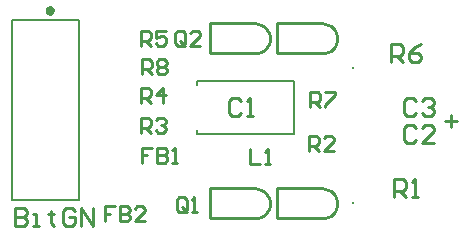
<source format=gto>
G04 Layer_Color=65535*
%FSLAX25Y25*%
%MOIN*%
G70*
G01*
G75*
%ADD14C,0.01000*%
%ADD18C,0.00787*%
%ADD19C,0.01575*%
%ADD20C,0.00600*%
%ADD21C,0.00500*%
D14*
X267500Y217500D02*
X268476Y217596D01*
X269413Y217881D01*
X270278Y218343D01*
X271036Y218965D01*
X271657Y219722D01*
X272119Y220587D01*
X272404Y221525D01*
X272500Y222500D01*
X272404Y223476D01*
X272119Y224413D01*
X271657Y225278D01*
X271036Y226035D01*
X270278Y226657D01*
X269413Y227119D01*
X268476Y227404D01*
X267500Y227500D01*
X245000Y217500D02*
X245975Y217596D01*
X246913Y217881D01*
X247778Y218343D01*
X248535Y218965D01*
X249157Y219722D01*
X249619Y220587D01*
X249904Y221525D01*
X250000Y222500D01*
X249904Y223476D01*
X249619Y224413D01*
X249157Y225278D01*
X248535Y226035D01*
X247778Y226657D01*
X246913Y227119D01*
X245975Y227404D01*
X245000Y227500D01*
X267500Y272500D02*
X268476Y272596D01*
X269413Y272881D01*
X270278Y273343D01*
X271036Y273965D01*
X271657Y274722D01*
X272119Y275587D01*
X272404Y276524D01*
X272500Y277500D01*
X272404Y278475D01*
X272119Y279413D01*
X271657Y280278D01*
X271036Y281035D01*
X270278Y281657D01*
X269413Y282119D01*
X268476Y282404D01*
X267500Y282500D01*
X245000Y272500D02*
X245975Y272596D01*
X246913Y272881D01*
X247778Y273343D01*
X248535Y273965D01*
X249157Y274722D01*
X249619Y275587D01*
X249904Y276524D01*
X250000Y277500D01*
X249904Y278475D01*
X249619Y279413D01*
X249157Y280278D01*
X248535Y281035D01*
X247778Y281657D01*
X246913Y282119D01*
X245975Y282404D01*
X245000Y282500D01*
X252500Y217500D02*
X267500D01*
X252500D02*
Y227500D01*
X267500D01*
X230000D02*
X245000D01*
X230000Y217500D02*
Y227500D01*
Y217500D02*
X245000D01*
X252500Y272500D02*
X267500D01*
X252500D02*
Y282500D01*
X267500D01*
X230000D02*
X245000D01*
X230000Y272500D02*
Y282500D01*
Y272500D02*
X245000D01*
X165000Y220998D02*
Y215000D01*
X167999D01*
X168999Y216000D01*
Y216999D01*
X167999Y217999D01*
X165000D01*
X167999D01*
X168999Y218999D01*
Y219998D01*
X167999Y220998D01*
X165000D01*
X170998Y215000D02*
X172997D01*
X171998D01*
Y218999D01*
X170998D01*
X176996Y219998D02*
Y218999D01*
X175996D01*
X177996D01*
X176996D01*
Y216000D01*
X177996Y215000D01*
X184994Y219998D02*
X183994Y220998D01*
X181994D01*
X180995Y219998D01*
Y216000D01*
X181994Y215000D01*
X183994D01*
X184994Y216000D01*
Y217999D01*
X182994D01*
X186993Y215000D02*
Y220998D01*
X190992Y215000D01*
Y220998D01*
X308500Y249999D02*
X312499D01*
X310499Y251998D02*
Y248000D01*
X240499Y256498D02*
X239499Y257498D01*
X237500D01*
X236500Y256498D01*
Y252500D01*
X237500Y251500D01*
X239499D01*
X240499Y252500D01*
X242498Y251500D02*
X244497D01*
X243498D01*
Y257498D01*
X242498Y256498D01*
X207240Y265500D02*
Y270498D01*
X209739D01*
X210573Y269665D01*
Y267999D01*
X209739Y267166D01*
X207240D01*
X208906D02*
X210573Y265500D01*
X212239Y269665D02*
X213072Y270498D01*
X214738D01*
X215571Y269665D01*
Y268832D01*
X214738Y267999D01*
X215571Y267166D01*
Y266333D01*
X214738Y265500D01*
X213072D01*
X212239Y266333D01*
Y267166D01*
X213072Y267999D01*
X212239Y268832D01*
Y269665D01*
X213072Y267999D02*
X214738D01*
X263500Y254500D02*
Y259498D01*
X265999D01*
X266832Y258665D01*
Y256999D01*
X265999Y256166D01*
X263500D01*
X265166D02*
X266832Y254500D01*
X268498Y259498D02*
X271831D01*
Y258665D01*
X268498Y255333D01*
Y254500D01*
X290189Y269626D02*
Y275624D01*
X293188D01*
X294188Y274624D01*
Y272625D01*
X293188Y271625D01*
X290189D01*
X292188D02*
X294188Y269626D01*
X300186Y275624D02*
X298186Y274624D01*
X296187Y272625D01*
Y270626D01*
X297187Y269626D01*
X299186D01*
X300186Y270626D01*
Y271625D01*
X299186Y272625D01*
X296187D01*
X207000Y246000D02*
Y250998D01*
X209499D01*
X210332Y250165D01*
Y248499D01*
X209499Y247666D01*
X207000D01*
X208666D02*
X210332Y246000D01*
X211998Y250165D02*
X212831Y250998D01*
X214498D01*
X215331Y250165D01*
Y249332D01*
X214498Y248499D01*
X213665D01*
X214498D01*
X215331Y247666D01*
Y246833D01*
X214498Y246000D01*
X212831D01*
X211998Y246833D01*
X263000Y240000D02*
Y244998D01*
X265499D01*
X266332Y244165D01*
Y242499D01*
X265499Y241666D01*
X263000D01*
X264666D02*
X266332Y240000D01*
X271331D02*
X267998D01*
X271331Y243332D01*
Y244165D01*
X270498Y244998D01*
X268831D01*
X267998Y244165D01*
X291189Y224626D02*
Y230624D01*
X294188D01*
X295188Y229624D01*
Y227625D01*
X294188Y226625D01*
X291189D01*
X293188D02*
X295188Y224626D01*
X297187D02*
X299186D01*
X298187D01*
Y230624D01*
X297187Y229624D01*
X207000Y275000D02*
Y279998D01*
X209499D01*
X210332Y279165D01*
Y277499D01*
X209499Y276666D01*
X207000D01*
X208666D02*
X210332Y275000D01*
X215331Y279998D02*
X211998D01*
Y277499D01*
X213665Y278332D01*
X214498D01*
X215331Y277499D01*
Y275833D01*
X214498Y275000D01*
X212831D01*
X211998Y275833D01*
X207000Y256000D02*
Y260998D01*
X209499D01*
X210332Y260165D01*
Y258499D01*
X209499Y257666D01*
X207000D01*
X208666D02*
X210332Y256000D01*
X214498D02*
Y260998D01*
X211998Y258499D01*
X215331D01*
X221832Y275833D02*
Y279165D01*
X220999Y279998D01*
X219333D01*
X218500Y279165D01*
Y275833D01*
X219333Y275000D01*
X220999D01*
X220166Y276666D02*
X221832Y275000D01*
X220999D02*
X221832Y275833D01*
X226831Y275000D02*
X223498D01*
X226831Y278332D01*
Y279165D01*
X225998Y279998D01*
X224331D01*
X223498Y279165D01*
X222332Y220333D02*
Y223665D01*
X221499Y224498D01*
X219833D01*
X219000Y223665D01*
Y220333D01*
X219833Y219500D01*
X221499D01*
X220666Y221166D02*
X222332Y219500D01*
X221499D02*
X222332Y220333D01*
X223998Y219500D02*
X225664D01*
X224831D01*
Y224498D01*
X223998Y223665D01*
X243500Y240498D02*
Y235500D01*
X246832D01*
X248498D02*
X250165D01*
X249331D01*
Y240498D01*
X248498Y239665D01*
X198332Y221498D02*
X195000D01*
Y218999D01*
X196666D01*
X195000D01*
Y216500D01*
X199998Y221498D02*
Y216500D01*
X202498D01*
X203331Y217333D01*
Y218166D01*
X202498Y218999D01*
X199998D01*
X202498D01*
X203331Y219832D01*
Y220665D01*
X202498Y221498D01*
X199998D01*
X208329Y216500D02*
X204997D01*
X208329Y219832D01*
Y220665D01*
X207496Y221498D01*
X205830D01*
X204997Y220665D01*
X210832Y240998D02*
X207500D01*
Y238499D01*
X209166D01*
X207500D01*
Y236000D01*
X212498Y240998D02*
Y236000D01*
X214998D01*
X215831Y236833D01*
Y237666D01*
X214998Y238499D01*
X212498D01*
X214998D01*
X215831Y239332D01*
Y240165D01*
X214998Y240998D01*
X212498D01*
X217497Y236000D02*
X219163D01*
X218330D01*
Y240998D01*
X217497Y240165D01*
X298739Y256499D02*
X297739Y257498D01*
X295740D01*
X294740Y256499D01*
Y252500D01*
X295740Y251500D01*
X297739D01*
X298739Y252500D01*
X300738Y256499D02*
X301738Y257498D01*
X303737D01*
X304737Y256499D01*
Y255499D01*
X303737Y254499D01*
X302738D01*
X303737D01*
X304737Y253499D01*
Y252500D01*
X303737Y251500D01*
X301738D01*
X300738Y252500D01*
X298739Y247498D02*
X297739Y248498D01*
X295740D01*
X294740Y247498D01*
Y243500D01*
X295740Y242500D01*
X297739D01*
X298739Y243500D01*
X304737Y242500D02*
X300738D01*
X304737Y246499D01*
Y247498D01*
X303737Y248498D01*
X301738D01*
X300738Y247498D01*
D18*
X277715Y267681D02*
D03*
Y222681D02*
D03*
D19*
X177338Y286856D02*
X176793Y287605D01*
X175913Y287319D01*
Y286393D01*
X176793Y286107D01*
X177338Y286856D01*
D20*
X225650Y262000D02*
Y263290D01*
X225810Y263450D01*
X258000D01*
X225650Y245550D02*
Y247000D01*
Y245550D02*
X258000D01*
Y263450D01*
D21*
X164000Y223500D02*
Y283500D01*
X186500D01*
Y223500D02*
Y283500D01*
X164000Y223500D02*
X186500D01*
M02*

</source>
